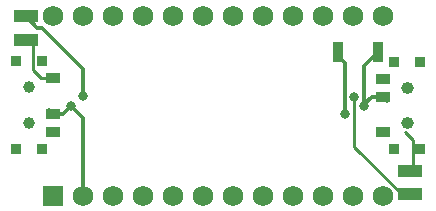
<source format=gbr>
%TF.GenerationSoftware,KiCad,Pcbnew,(6.0.6)*%
%TF.CreationDate,2022-10-25T19:30:22+11:00*%
%TF.ProjectId,battpack-double-ended,62617474-7061-4636-9b2d-646f75626c65,v1.0.0*%
%TF.SameCoordinates,Original*%
%TF.FileFunction,Copper,L1,Top*%
%TF.FilePolarity,Positive*%
%FSLAX46Y46*%
G04 Gerber Fmt 4.6, Leading zero omitted, Abs format (unit mm)*
G04 Created by KiCad (PCBNEW (6.0.6)) date 2022-10-25 19:30:22*
%MOMM*%
%LPD*%
G01*
G04 APERTURE LIST*
%TA.AperFunction,SMDPad,CuDef*%
%ADD10R,0.900000X1.700000*%
%TD*%
%TA.AperFunction,SMDPad,CuDef*%
%ADD11R,2.000000X1.000000*%
%TD*%
%TA.AperFunction,WasherPad*%
%ADD12C,1.000000*%
%TD*%
%TA.AperFunction,SMDPad,CuDef*%
%ADD13R,0.900000X0.900000*%
%TD*%
%TA.AperFunction,SMDPad,CuDef*%
%ADD14R,1.250000X0.900000*%
%TD*%
%TA.AperFunction,ComponentPad*%
%ADD15C,1.752600*%
%TD*%
%TA.AperFunction,ComponentPad*%
%ADD16R,1.752600X1.752600*%
%TD*%
%TA.AperFunction,ViaPad*%
%ADD17C,0.800000*%
%TD*%
%TA.AperFunction,Conductor*%
%ADD18C,0.300000*%
%TD*%
%TA.AperFunction,Conductor*%
%ADD19C,0.250000*%
%TD*%
G04 APERTURE END LIST*
D10*
%TO.P,B1,1*%
%TO.N,RST*%
X74026187Y-45600000D03*
%TO.P,B1,2*%
%TO.N,GND*%
X77426187Y-45600000D03*
%TD*%
D11*
%TO.P,PAD4,1*%
%TO.N,BAT*%
X80142893Y-55592893D03*
%TD*%
D12*
%TO.P,T2,*%
%TO.N,*%
X79887500Y-51600000D03*
D13*
X80987500Y-53800000D03*
X78787500Y-53800000D03*
D12*
X79887500Y-48600000D03*
D13*
X78787500Y-46400000D03*
X80987500Y-46400000D03*
D14*
%TO.P,T2,1*%
%TO.N,BAT*%
X77812500Y-52350000D03*
%TO.P,T2,2*%
%TO.N,GND*%
X77812500Y-49350000D03*
%TO.P,T2,3*%
%TO.N,N/C*%
X77812500Y-47850000D03*
%TD*%
D11*
%TO.P,PAD3,1*%
%TO.N,RAW*%
X80142893Y-57592893D03*
%TD*%
D12*
%TO.P,T2,*%
%TO.N,*%
X47817752Y-48550000D03*
D13*
X46717752Y-46350000D03*
X48917752Y-46350000D03*
D12*
X47817752Y-51550000D03*
D13*
X48917752Y-53750000D03*
X46717752Y-53750000D03*
D14*
%TO.P,T2,1*%
%TO.N,BAT*%
X49892752Y-47800000D03*
%TO.P,T2,2*%
%TO.N,GND*%
X49892752Y-50800000D03*
%TO.P,T2,3*%
%TO.N,N/C*%
X49892752Y-52300000D03*
%TD*%
D11*
%TO.P,PAD3,1*%
%TO.N,RAW*%
X47600000Y-42550000D03*
%TD*%
D15*
%TO.P,,24*%
%TO.N,D3*%
X49880000Y-42480000D03*
%TO.P,,23*%
%TO.N,D2*%
X52420000Y-42480000D03*
%TO.P,,22*%
%TO.N,GND*%
X54960000Y-42480000D03*
%TO.P,,21*%
X57500000Y-42480000D03*
%TO.P,,20*%
%TO.N,D1*%
X60040000Y-42480000D03*
%TO.P,,19*%
%TO.N,D0*%
X62580000Y-42480000D03*
%TO.P,,18*%
%TO.N,D4*%
X65120000Y-42480000D03*
%TO.P,,17*%
%TO.N,C6*%
X67660000Y-42480000D03*
%TO.P,,16*%
%TO.N,D7*%
X70200000Y-42480000D03*
%TO.P,,15*%
%TO.N,E6*%
X72740000Y-42480000D03*
%TO.P,,14*%
%TO.N,B4*%
X75280000Y-42480000D03*
%TO.P,,13*%
%TO.N,B5*%
X77820000Y-42480000D03*
%TO.P,,12*%
%TO.N,B6*%
X77820000Y-57720000D03*
%TO.P,,11*%
%TO.N,B2*%
X75280000Y-57720000D03*
%TO.P,,10*%
%TO.N,B3*%
X72740000Y-57720000D03*
%TO.P,,9*%
%TO.N,B1*%
X70200000Y-57720000D03*
%TO.P,,8*%
%TO.N,F7*%
X67660000Y-57720000D03*
%TO.P,,7*%
%TO.N,F6*%
X65120000Y-57720000D03*
%TO.P,,6*%
%TO.N,F5*%
X62580000Y-57720000D03*
%TO.P,,5*%
%TO.N,F4*%
X60040000Y-57720000D03*
%TO.P,,4*%
%TO.N,VCC*%
X57500000Y-57720000D03*
%TO.P,,3*%
%TO.N,RST*%
X54960000Y-57720000D03*
%TO.P,,2*%
%TO.N,GND*%
X52420000Y-57720000D03*
D16*
%TO.P,,1*%
%TO.N,RAW*%
X49880000Y-57720000D03*
%TD*%
D11*
%TO.P,PAD4,1*%
%TO.N,BAT*%
X47600000Y-44550000D03*
%TD*%
D12*
%TO.P,T1,*%
%TO.N,*%
X79900000Y-51600000D03*
X79900000Y-48600000D03*
%TD*%
%TO.P,T1,*%
%TO.N,*%
X47817752Y-48550000D03*
X47817752Y-51550000D03*
%TD*%
D17*
%TO.N,RAW*%
X52400000Y-49300000D03*
X75323005Y-49340213D03*
%TO.N,GND*%
X51400000Y-50100000D03*
X76246424Y-50089713D03*
%TO.N,RST*%
X74573505Y-50839213D03*
%TD*%
D18*
%TO.N,RST*%
X74026187Y-45926187D02*
X74026187Y-45600000D01*
X74573505Y-46473505D02*
X74026187Y-45926187D01*
X74573505Y-50839213D02*
X74573505Y-46473505D01*
D19*
%TO.N,RAW*%
X75373005Y-49390213D02*
X75323005Y-49340213D01*
X75373005Y-53574110D02*
X75373005Y-49390213D01*
X79391788Y-57592893D02*
X75373005Y-53574110D01*
X80142893Y-57592893D02*
X79391788Y-57592893D01*
D18*
%TO.N,GND*%
X76876187Y-49350000D02*
X77812500Y-49350000D01*
X76246424Y-49979763D02*
X76876187Y-49350000D01*
X76246424Y-50089713D02*
X76246424Y-49979763D01*
X76246424Y-46779763D02*
X77426187Y-45600000D01*
X76246424Y-50089713D02*
X76246424Y-46779763D01*
%TO.N,RST*%
X74026187Y-46100000D02*
X74026187Y-45600000D01*
%TO.N,RAW*%
X52382247Y-49282247D02*
X52382247Y-46964495D01*
X48550000Y-43500000D02*
X47600000Y-42550000D01*
X48917752Y-43500000D02*
X48550000Y-43500000D01*
X52382247Y-46964495D02*
X48917752Y-43500000D01*
X52400000Y-49300000D02*
X52382247Y-49282247D01*
%TO.N,GND*%
X52420000Y-57720000D02*
X52420000Y-51120000D01*
X49527741Y-50434989D02*
X49892752Y-50800000D01*
X50719115Y-50800000D02*
X49892752Y-50800000D01*
X51458828Y-50060287D02*
X50719115Y-50800000D01*
X52420000Y-51120000D02*
X51400000Y-50100000D01*
X78177511Y-49715011D02*
X77812500Y-49350000D01*
D19*
%TO.N,BAT*%
X48143241Y-47124511D02*
X48818730Y-47800000D01*
X80335824Y-53025489D02*
X79660335Y-52350000D01*
X48143241Y-44824511D02*
X48143241Y-47124511D01*
X80335824Y-55325489D02*
X80335824Y-53025489D01*
X48818730Y-47800000D02*
X49892752Y-47800000D01*
X48417752Y-44550000D02*
X48143241Y-44824511D01*
%TD*%
M02*

</source>
